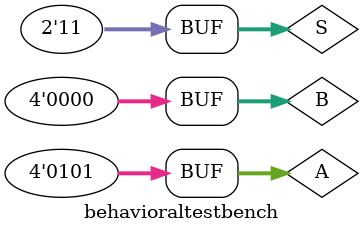
<source format=v>
`timescale 1ns / 1ps


module behavioraltestbench;

	// Inputs
	reg [3:0] A;
	reg [3:0] B;
	reg [1:0] S;

	// Outputs
	wire [3:0] Y;

	// Instantiate the Unit Under Test (UUT)
	BehavioralALU_lab2 uut (
		.A(A), 
		.B(B), 
		.S(S), 
		.Y(Y)
	);

	initial begin
		A = 2;
		B = 0;
		S[0]=0;
		S[1]=0;

		
		#100;
		
		
		A = 15;
		B = 0;
		S[0]=0;
		S[1]=0;

		
		#100;
		
		
		A = 3;
		B = 3;	
		S[0]=1;
		S[1]=0;
		
		
		#100;
		
		
		A = 4;
		B = 5;	
		S[0]=1;
		S[1]=0;
		
		#100;
		A = 3;
		B = 1;
		S[0] = 0;
		S[1]=1;
		
		#100;
		A = 5;
		B = 3;
		S[0] = 0;
		S[1]=1;
		
		

		#100;
		
		A = 3;
		B = 0;
		S[0] = 1;
		S[1]=1;
		
		#100;
		
		A = 5;
		B = 0;
		S[0] = 1;
		S[1]=1;
	
		
		
        
		// Add stimulus here

	

	end
      
endmodule


</source>
